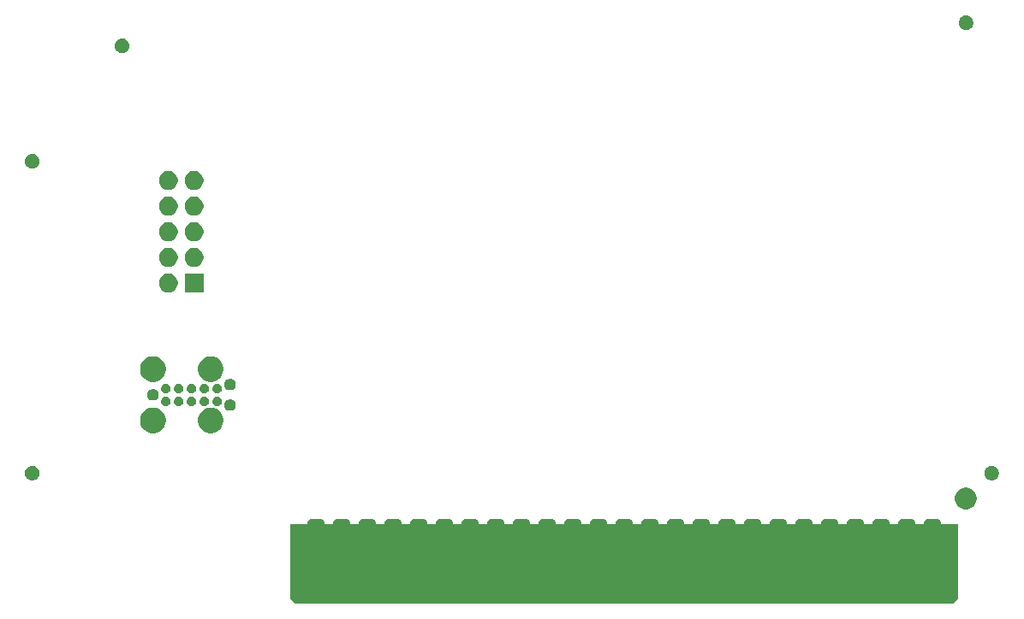
<source format=gbs>
G04 #@! TF.GenerationSoftware,KiCad,Pcbnew,(5.1.5-0-10_14)*
G04 #@! TF.CreationDate,2021-04-11T00:58:13-04:00*
G04 #@! TF.ProjectId,GR8RAM,47523852-414d-42e6-9b69-6361645f7063,0.9*
G04 #@! TF.SameCoordinates,Original*
G04 #@! TF.FileFunction,Soldermask,Bot*
G04 #@! TF.FilePolarity,Negative*
%FSLAX46Y46*%
G04 Gerber Fmt 4.6, Leading zero omitted, Abs format (unit mm)*
G04 Created by KiCad (PCBNEW (5.1.5-0-10_14)) date 2021-04-11 00:58:13*
%MOMM*%
%LPD*%
G04 APERTURE LIST*
%ADD10C,0.100000*%
G04 APERTURE END LIST*
D10*
G36*
X139700000Y-139446000D02*
G01*
X139192000Y-139954000D01*
X74168000Y-139954000D01*
X73660000Y-139446000D01*
X73660000Y-132080000D01*
X139700000Y-132080000D01*
X139700000Y-139446000D01*
G37*
G36*
X137686355Y-131543544D02*
G01*
X137758967Y-131565570D01*
X137825881Y-131601336D01*
X137884531Y-131649469D01*
X137932664Y-131708119D01*
X137968430Y-131775033D01*
X137990456Y-131847645D01*
X137998200Y-131926267D01*
X137998200Y-138837733D01*
X137990456Y-138916355D01*
X137968430Y-138988967D01*
X137932664Y-139055881D01*
X137884531Y-139114531D01*
X137825881Y-139162664D01*
X137758967Y-139198430D01*
X137686355Y-139220456D01*
X137607733Y-139228200D01*
X136712267Y-139228200D01*
X136633645Y-139220456D01*
X136561033Y-139198430D01*
X136494119Y-139162664D01*
X136435469Y-139114531D01*
X136387336Y-139055881D01*
X136351570Y-138988967D01*
X136329544Y-138916355D01*
X136321800Y-138837733D01*
X136321800Y-131926267D01*
X136329544Y-131847645D01*
X136351570Y-131775033D01*
X136387336Y-131708119D01*
X136435469Y-131649469D01*
X136494119Y-131601336D01*
X136561033Y-131565570D01*
X136633645Y-131543544D01*
X136712267Y-131535800D01*
X137607733Y-131535800D01*
X137686355Y-131543544D01*
G37*
G36*
X135146355Y-131543544D02*
G01*
X135218967Y-131565570D01*
X135285881Y-131601336D01*
X135344531Y-131649469D01*
X135392664Y-131708119D01*
X135428430Y-131775033D01*
X135450456Y-131847645D01*
X135458200Y-131926267D01*
X135458200Y-138837733D01*
X135450456Y-138916355D01*
X135428430Y-138988967D01*
X135392664Y-139055881D01*
X135344531Y-139114531D01*
X135285881Y-139162664D01*
X135218967Y-139198430D01*
X135146355Y-139220456D01*
X135067733Y-139228200D01*
X134172267Y-139228200D01*
X134093645Y-139220456D01*
X134021033Y-139198430D01*
X133954119Y-139162664D01*
X133895469Y-139114531D01*
X133847336Y-139055881D01*
X133811570Y-138988967D01*
X133789544Y-138916355D01*
X133781800Y-138837733D01*
X133781800Y-131926267D01*
X133789544Y-131847645D01*
X133811570Y-131775033D01*
X133847336Y-131708119D01*
X133895469Y-131649469D01*
X133954119Y-131601336D01*
X134021033Y-131565570D01*
X134093645Y-131543544D01*
X134172267Y-131535800D01*
X135067733Y-131535800D01*
X135146355Y-131543544D01*
G37*
G36*
X132606355Y-131543544D02*
G01*
X132678967Y-131565570D01*
X132745881Y-131601336D01*
X132804531Y-131649469D01*
X132852664Y-131708119D01*
X132888430Y-131775033D01*
X132910456Y-131847645D01*
X132918200Y-131926267D01*
X132918200Y-138837733D01*
X132910456Y-138916355D01*
X132888430Y-138988967D01*
X132852664Y-139055881D01*
X132804531Y-139114531D01*
X132745881Y-139162664D01*
X132678967Y-139198430D01*
X132606355Y-139220456D01*
X132527733Y-139228200D01*
X131632267Y-139228200D01*
X131553645Y-139220456D01*
X131481033Y-139198430D01*
X131414119Y-139162664D01*
X131355469Y-139114531D01*
X131307336Y-139055881D01*
X131271570Y-138988967D01*
X131249544Y-138916355D01*
X131241800Y-138837733D01*
X131241800Y-131926267D01*
X131249544Y-131847645D01*
X131271570Y-131775033D01*
X131307336Y-131708119D01*
X131355469Y-131649469D01*
X131414119Y-131601336D01*
X131481033Y-131565570D01*
X131553645Y-131543544D01*
X131632267Y-131535800D01*
X132527733Y-131535800D01*
X132606355Y-131543544D01*
G37*
G36*
X130066355Y-131543544D02*
G01*
X130138967Y-131565570D01*
X130205881Y-131601336D01*
X130264531Y-131649469D01*
X130312664Y-131708119D01*
X130348430Y-131775033D01*
X130370456Y-131847645D01*
X130378200Y-131926267D01*
X130378200Y-138837733D01*
X130370456Y-138916355D01*
X130348430Y-138988967D01*
X130312664Y-139055881D01*
X130264531Y-139114531D01*
X130205881Y-139162664D01*
X130138967Y-139198430D01*
X130066355Y-139220456D01*
X129987733Y-139228200D01*
X129092267Y-139228200D01*
X129013645Y-139220456D01*
X128941033Y-139198430D01*
X128874119Y-139162664D01*
X128815469Y-139114531D01*
X128767336Y-139055881D01*
X128731570Y-138988967D01*
X128709544Y-138916355D01*
X128701800Y-138837733D01*
X128701800Y-131926267D01*
X128709544Y-131847645D01*
X128731570Y-131775033D01*
X128767336Y-131708119D01*
X128815469Y-131649469D01*
X128874119Y-131601336D01*
X128941033Y-131565570D01*
X129013645Y-131543544D01*
X129092267Y-131535800D01*
X129987733Y-131535800D01*
X130066355Y-131543544D01*
G37*
G36*
X127526355Y-131543544D02*
G01*
X127598967Y-131565570D01*
X127665881Y-131601336D01*
X127724531Y-131649469D01*
X127772664Y-131708119D01*
X127808430Y-131775033D01*
X127830456Y-131847645D01*
X127838200Y-131926267D01*
X127838200Y-138837733D01*
X127830456Y-138916355D01*
X127808430Y-138988967D01*
X127772664Y-139055881D01*
X127724531Y-139114531D01*
X127665881Y-139162664D01*
X127598967Y-139198430D01*
X127526355Y-139220456D01*
X127447733Y-139228200D01*
X126552267Y-139228200D01*
X126473645Y-139220456D01*
X126401033Y-139198430D01*
X126334119Y-139162664D01*
X126275469Y-139114531D01*
X126227336Y-139055881D01*
X126191570Y-138988967D01*
X126169544Y-138916355D01*
X126161800Y-138837733D01*
X126161800Y-131926267D01*
X126169544Y-131847645D01*
X126191570Y-131775033D01*
X126227336Y-131708119D01*
X126275469Y-131649469D01*
X126334119Y-131601336D01*
X126401033Y-131565570D01*
X126473645Y-131543544D01*
X126552267Y-131535800D01*
X127447733Y-131535800D01*
X127526355Y-131543544D01*
G37*
G36*
X124986355Y-131543544D02*
G01*
X125058967Y-131565570D01*
X125125881Y-131601336D01*
X125184531Y-131649469D01*
X125232664Y-131708119D01*
X125268430Y-131775033D01*
X125290456Y-131847645D01*
X125298200Y-131926267D01*
X125298200Y-138837733D01*
X125290456Y-138916355D01*
X125268430Y-138988967D01*
X125232664Y-139055881D01*
X125184531Y-139114531D01*
X125125881Y-139162664D01*
X125058967Y-139198430D01*
X124986355Y-139220456D01*
X124907733Y-139228200D01*
X124012267Y-139228200D01*
X123933645Y-139220456D01*
X123861033Y-139198430D01*
X123794119Y-139162664D01*
X123735469Y-139114531D01*
X123687336Y-139055881D01*
X123651570Y-138988967D01*
X123629544Y-138916355D01*
X123621800Y-138837733D01*
X123621800Y-131926267D01*
X123629544Y-131847645D01*
X123651570Y-131775033D01*
X123687336Y-131708119D01*
X123735469Y-131649469D01*
X123794119Y-131601336D01*
X123861033Y-131565570D01*
X123933645Y-131543544D01*
X124012267Y-131535800D01*
X124907733Y-131535800D01*
X124986355Y-131543544D01*
G37*
G36*
X122446355Y-131543544D02*
G01*
X122518967Y-131565570D01*
X122585881Y-131601336D01*
X122644531Y-131649469D01*
X122692664Y-131708119D01*
X122728430Y-131775033D01*
X122750456Y-131847645D01*
X122758200Y-131926267D01*
X122758200Y-138837733D01*
X122750456Y-138916355D01*
X122728430Y-138988967D01*
X122692664Y-139055881D01*
X122644531Y-139114531D01*
X122585881Y-139162664D01*
X122518967Y-139198430D01*
X122446355Y-139220456D01*
X122367733Y-139228200D01*
X121472267Y-139228200D01*
X121393645Y-139220456D01*
X121321033Y-139198430D01*
X121254119Y-139162664D01*
X121195469Y-139114531D01*
X121147336Y-139055881D01*
X121111570Y-138988967D01*
X121089544Y-138916355D01*
X121081800Y-138837733D01*
X121081800Y-131926267D01*
X121089544Y-131847645D01*
X121111570Y-131775033D01*
X121147336Y-131708119D01*
X121195469Y-131649469D01*
X121254119Y-131601336D01*
X121321033Y-131565570D01*
X121393645Y-131543544D01*
X121472267Y-131535800D01*
X122367733Y-131535800D01*
X122446355Y-131543544D01*
G37*
G36*
X119906355Y-131543544D02*
G01*
X119978967Y-131565570D01*
X120045881Y-131601336D01*
X120104531Y-131649469D01*
X120152664Y-131708119D01*
X120188430Y-131775033D01*
X120210456Y-131847645D01*
X120218200Y-131926267D01*
X120218200Y-138837733D01*
X120210456Y-138916355D01*
X120188430Y-138988967D01*
X120152664Y-139055881D01*
X120104531Y-139114531D01*
X120045881Y-139162664D01*
X119978967Y-139198430D01*
X119906355Y-139220456D01*
X119827733Y-139228200D01*
X118932267Y-139228200D01*
X118853645Y-139220456D01*
X118781033Y-139198430D01*
X118714119Y-139162664D01*
X118655469Y-139114531D01*
X118607336Y-139055881D01*
X118571570Y-138988967D01*
X118549544Y-138916355D01*
X118541800Y-138837733D01*
X118541800Y-131926267D01*
X118549544Y-131847645D01*
X118571570Y-131775033D01*
X118607336Y-131708119D01*
X118655469Y-131649469D01*
X118714119Y-131601336D01*
X118781033Y-131565570D01*
X118853645Y-131543544D01*
X118932267Y-131535800D01*
X119827733Y-131535800D01*
X119906355Y-131543544D01*
G37*
G36*
X117366355Y-131543544D02*
G01*
X117438967Y-131565570D01*
X117505881Y-131601336D01*
X117564531Y-131649469D01*
X117612664Y-131708119D01*
X117648430Y-131775033D01*
X117670456Y-131847645D01*
X117678200Y-131926267D01*
X117678200Y-138837733D01*
X117670456Y-138916355D01*
X117648430Y-138988967D01*
X117612664Y-139055881D01*
X117564531Y-139114531D01*
X117505881Y-139162664D01*
X117438967Y-139198430D01*
X117366355Y-139220456D01*
X117287733Y-139228200D01*
X116392267Y-139228200D01*
X116313645Y-139220456D01*
X116241033Y-139198430D01*
X116174119Y-139162664D01*
X116115469Y-139114531D01*
X116067336Y-139055881D01*
X116031570Y-138988967D01*
X116009544Y-138916355D01*
X116001800Y-138837733D01*
X116001800Y-131926267D01*
X116009544Y-131847645D01*
X116031570Y-131775033D01*
X116067336Y-131708119D01*
X116115469Y-131649469D01*
X116174119Y-131601336D01*
X116241033Y-131565570D01*
X116313645Y-131543544D01*
X116392267Y-131535800D01*
X117287733Y-131535800D01*
X117366355Y-131543544D01*
G37*
G36*
X114826355Y-131543544D02*
G01*
X114898967Y-131565570D01*
X114965881Y-131601336D01*
X115024531Y-131649469D01*
X115072664Y-131708119D01*
X115108430Y-131775033D01*
X115130456Y-131847645D01*
X115138200Y-131926267D01*
X115138200Y-138837733D01*
X115130456Y-138916355D01*
X115108430Y-138988967D01*
X115072664Y-139055881D01*
X115024531Y-139114531D01*
X114965881Y-139162664D01*
X114898967Y-139198430D01*
X114826355Y-139220456D01*
X114747733Y-139228200D01*
X113852267Y-139228200D01*
X113773645Y-139220456D01*
X113701033Y-139198430D01*
X113634119Y-139162664D01*
X113575469Y-139114531D01*
X113527336Y-139055881D01*
X113491570Y-138988967D01*
X113469544Y-138916355D01*
X113461800Y-138837733D01*
X113461800Y-131926267D01*
X113469544Y-131847645D01*
X113491570Y-131775033D01*
X113527336Y-131708119D01*
X113575469Y-131649469D01*
X113634119Y-131601336D01*
X113701033Y-131565570D01*
X113773645Y-131543544D01*
X113852267Y-131535800D01*
X114747733Y-131535800D01*
X114826355Y-131543544D01*
G37*
G36*
X112286355Y-131543544D02*
G01*
X112358967Y-131565570D01*
X112425881Y-131601336D01*
X112484531Y-131649469D01*
X112532664Y-131708119D01*
X112568430Y-131775033D01*
X112590456Y-131847645D01*
X112598200Y-131926267D01*
X112598200Y-138837733D01*
X112590456Y-138916355D01*
X112568430Y-138988967D01*
X112532664Y-139055881D01*
X112484531Y-139114531D01*
X112425881Y-139162664D01*
X112358967Y-139198430D01*
X112286355Y-139220456D01*
X112207733Y-139228200D01*
X111312267Y-139228200D01*
X111233645Y-139220456D01*
X111161033Y-139198430D01*
X111094119Y-139162664D01*
X111035469Y-139114531D01*
X110987336Y-139055881D01*
X110951570Y-138988967D01*
X110929544Y-138916355D01*
X110921800Y-138837733D01*
X110921800Y-131926267D01*
X110929544Y-131847645D01*
X110951570Y-131775033D01*
X110987336Y-131708119D01*
X111035469Y-131649469D01*
X111094119Y-131601336D01*
X111161033Y-131565570D01*
X111233645Y-131543544D01*
X111312267Y-131535800D01*
X112207733Y-131535800D01*
X112286355Y-131543544D01*
G37*
G36*
X109746355Y-131543544D02*
G01*
X109818967Y-131565570D01*
X109885881Y-131601336D01*
X109944531Y-131649469D01*
X109992664Y-131708119D01*
X110028430Y-131775033D01*
X110050456Y-131847645D01*
X110058200Y-131926267D01*
X110058200Y-138837733D01*
X110050456Y-138916355D01*
X110028430Y-138988967D01*
X109992664Y-139055881D01*
X109944531Y-139114531D01*
X109885881Y-139162664D01*
X109818967Y-139198430D01*
X109746355Y-139220456D01*
X109667733Y-139228200D01*
X108772267Y-139228200D01*
X108693645Y-139220456D01*
X108621033Y-139198430D01*
X108554119Y-139162664D01*
X108495469Y-139114531D01*
X108447336Y-139055881D01*
X108411570Y-138988967D01*
X108389544Y-138916355D01*
X108381800Y-138837733D01*
X108381800Y-131926267D01*
X108389544Y-131847645D01*
X108411570Y-131775033D01*
X108447336Y-131708119D01*
X108495469Y-131649469D01*
X108554119Y-131601336D01*
X108621033Y-131565570D01*
X108693645Y-131543544D01*
X108772267Y-131535800D01*
X109667733Y-131535800D01*
X109746355Y-131543544D01*
G37*
G36*
X107206355Y-131543544D02*
G01*
X107278967Y-131565570D01*
X107345881Y-131601336D01*
X107404531Y-131649469D01*
X107452664Y-131708119D01*
X107488430Y-131775033D01*
X107510456Y-131847645D01*
X107518200Y-131926267D01*
X107518200Y-138837733D01*
X107510456Y-138916355D01*
X107488430Y-138988967D01*
X107452664Y-139055881D01*
X107404531Y-139114531D01*
X107345881Y-139162664D01*
X107278967Y-139198430D01*
X107206355Y-139220456D01*
X107127733Y-139228200D01*
X106232267Y-139228200D01*
X106153645Y-139220456D01*
X106081033Y-139198430D01*
X106014119Y-139162664D01*
X105955469Y-139114531D01*
X105907336Y-139055881D01*
X105871570Y-138988967D01*
X105849544Y-138916355D01*
X105841800Y-138837733D01*
X105841800Y-131926267D01*
X105849544Y-131847645D01*
X105871570Y-131775033D01*
X105907336Y-131708119D01*
X105955469Y-131649469D01*
X106014119Y-131601336D01*
X106081033Y-131565570D01*
X106153645Y-131543544D01*
X106232267Y-131535800D01*
X107127733Y-131535800D01*
X107206355Y-131543544D01*
G37*
G36*
X104666355Y-131543544D02*
G01*
X104738967Y-131565570D01*
X104805881Y-131601336D01*
X104864531Y-131649469D01*
X104912664Y-131708119D01*
X104948430Y-131775033D01*
X104970456Y-131847645D01*
X104978200Y-131926267D01*
X104978200Y-138837733D01*
X104970456Y-138916355D01*
X104948430Y-138988967D01*
X104912664Y-139055881D01*
X104864531Y-139114531D01*
X104805881Y-139162664D01*
X104738967Y-139198430D01*
X104666355Y-139220456D01*
X104587733Y-139228200D01*
X103692267Y-139228200D01*
X103613645Y-139220456D01*
X103541033Y-139198430D01*
X103474119Y-139162664D01*
X103415469Y-139114531D01*
X103367336Y-139055881D01*
X103331570Y-138988967D01*
X103309544Y-138916355D01*
X103301800Y-138837733D01*
X103301800Y-131926267D01*
X103309544Y-131847645D01*
X103331570Y-131775033D01*
X103367336Y-131708119D01*
X103415469Y-131649469D01*
X103474119Y-131601336D01*
X103541033Y-131565570D01*
X103613645Y-131543544D01*
X103692267Y-131535800D01*
X104587733Y-131535800D01*
X104666355Y-131543544D01*
G37*
G36*
X102126355Y-131543544D02*
G01*
X102198967Y-131565570D01*
X102265881Y-131601336D01*
X102324531Y-131649469D01*
X102372664Y-131708119D01*
X102408430Y-131775033D01*
X102430456Y-131847645D01*
X102438200Y-131926267D01*
X102438200Y-138837733D01*
X102430456Y-138916355D01*
X102408430Y-138988967D01*
X102372664Y-139055881D01*
X102324531Y-139114531D01*
X102265881Y-139162664D01*
X102198967Y-139198430D01*
X102126355Y-139220456D01*
X102047733Y-139228200D01*
X101152267Y-139228200D01*
X101073645Y-139220456D01*
X101001033Y-139198430D01*
X100934119Y-139162664D01*
X100875469Y-139114531D01*
X100827336Y-139055881D01*
X100791570Y-138988967D01*
X100769544Y-138916355D01*
X100761800Y-138837733D01*
X100761800Y-131926267D01*
X100769544Y-131847645D01*
X100791570Y-131775033D01*
X100827336Y-131708119D01*
X100875469Y-131649469D01*
X100934119Y-131601336D01*
X101001033Y-131565570D01*
X101073645Y-131543544D01*
X101152267Y-131535800D01*
X102047733Y-131535800D01*
X102126355Y-131543544D01*
G37*
G36*
X99586355Y-131543544D02*
G01*
X99658967Y-131565570D01*
X99725881Y-131601336D01*
X99784531Y-131649469D01*
X99832664Y-131708119D01*
X99868430Y-131775033D01*
X99890456Y-131847645D01*
X99898200Y-131926267D01*
X99898200Y-138837733D01*
X99890456Y-138916355D01*
X99868430Y-138988967D01*
X99832664Y-139055881D01*
X99784531Y-139114531D01*
X99725881Y-139162664D01*
X99658967Y-139198430D01*
X99586355Y-139220456D01*
X99507733Y-139228200D01*
X98612267Y-139228200D01*
X98533645Y-139220456D01*
X98461033Y-139198430D01*
X98394119Y-139162664D01*
X98335469Y-139114531D01*
X98287336Y-139055881D01*
X98251570Y-138988967D01*
X98229544Y-138916355D01*
X98221800Y-138837733D01*
X98221800Y-131926267D01*
X98229544Y-131847645D01*
X98251570Y-131775033D01*
X98287336Y-131708119D01*
X98335469Y-131649469D01*
X98394119Y-131601336D01*
X98461033Y-131565570D01*
X98533645Y-131543544D01*
X98612267Y-131535800D01*
X99507733Y-131535800D01*
X99586355Y-131543544D01*
G37*
G36*
X97046355Y-131543544D02*
G01*
X97118967Y-131565570D01*
X97185881Y-131601336D01*
X97244531Y-131649469D01*
X97292664Y-131708119D01*
X97328430Y-131775033D01*
X97350456Y-131847645D01*
X97358200Y-131926267D01*
X97358200Y-138837733D01*
X97350456Y-138916355D01*
X97328430Y-138988967D01*
X97292664Y-139055881D01*
X97244531Y-139114531D01*
X97185881Y-139162664D01*
X97118967Y-139198430D01*
X97046355Y-139220456D01*
X96967733Y-139228200D01*
X96072267Y-139228200D01*
X95993645Y-139220456D01*
X95921033Y-139198430D01*
X95854119Y-139162664D01*
X95795469Y-139114531D01*
X95747336Y-139055881D01*
X95711570Y-138988967D01*
X95689544Y-138916355D01*
X95681800Y-138837733D01*
X95681800Y-131926267D01*
X95689544Y-131847645D01*
X95711570Y-131775033D01*
X95747336Y-131708119D01*
X95795469Y-131649469D01*
X95854119Y-131601336D01*
X95921033Y-131565570D01*
X95993645Y-131543544D01*
X96072267Y-131535800D01*
X96967733Y-131535800D01*
X97046355Y-131543544D01*
G37*
G36*
X94506355Y-131543544D02*
G01*
X94578967Y-131565570D01*
X94645881Y-131601336D01*
X94704531Y-131649469D01*
X94752664Y-131708119D01*
X94788430Y-131775033D01*
X94810456Y-131847645D01*
X94818200Y-131926267D01*
X94818200Y-138837733D01*
X94810456Y-138916355D01*
X94788430Y-138988967D01*
X94752664Y-139055881D01*
X94704531Y-139114531D01*
X94645881Y-139162664D01*
X94578967Y-139198430D01*
X94506355Y-139220456D01*
X94427733Y-139228200D01*
X93532267Y-139228200D01*
X93453645Y-139220456D01*
X93381033Y-139198430D01*
X93314119Y-139162664D01*
X93255469Y-139114531D01*
X93207336Y-139055881D01*
X93171570Y-138988967D01*
X93149544Y-138916355D01*
X93141800Y-138837733D01*
X93141800Y-131926267D01*
X93149544Y-131847645D01*
X93171570Y-131775033D01*
X93207336Y-131708119D01*
X93255469Y-131649469D01*
X93314119Y-131601336D01*
X93381033Y-131565570D01*
X93453645Y-131543544D01*
X93532267Y-131535800D01*
X94427733Y-131535800D01*
X94506355Y-131543544D01*
G37*
G36*
X91966355Y-131543544D02*
G01*
X92038967Y-131565570D01*
X92105881Y-131601336D01*
X92164531Y-131649469D01*
X92212664Y-131708119D01*
X92248430Y-131775033D01*
X92270456Y-131847645D01*
X92278200Y-131926267D01*
X92278200Y-138837733D01*
X92270456Y-138916355D01*
X92248430Y-138988967D01*
X92212664Y-139055881D01*
X92164531Y-139114531D01*
X92105881Y-139162664D01*
X92038967Y-139198430D01*
X91966355Y-139220456D01*
X91887733Y-139228200D01*
X90992267Y-139228200D01*
X90913645Y-139220456D01*
X90841033Y-139198430D01*
X90774119Y-139162664D01*
X90715469Y-139114531D01*
X90667336Y-139055881D01*
X90631570Y-138988967D01*
X90609544Y-138916355D01*
X90601800Y-138837733D01*
X90601800Y-131926267D01*
X90609544Y-131847645D01*
X90631570Y-131775033D01*
X90667336Y-131708119D01*
X90715469Y-131649469D01*
X90774119Y-131601336D01*
X90841033Y-131565570D01*
X90913645Y-131543544D01*
X90992267Y-131535800D01*
X91887733Y-131535800D01*
X91966355Y-131543544D01*
G37*
G36*
X89426355Y-131543544D02*
G01*
X89498967Y-131565570D01*
X89565881Y-131601336D01*
X89624531Y-131649469D01*
X89672664Y-131708119D01*
X89708430Y-131775033D01*
X89730456Y-131847645D01*
X89738200Y-131926267D01*
X89738200Y-138837733D01*
X89730456Y-138916355D01*
X89708430Y-138988967D01*
X89672664Y-139055881D01*
X89624531Y-139114531D01*
X89565881Y-139162664D01*
X89498967Y-139198430D01*
X89426355Y-139220456D01*
X89347733Y-139228200D01*
X88452267Y-139228200D01*
X88373645Y-139220456D01*
X88301033Y-139198430D01*
X88234119Y-139162664D01*
X88175469Y-139114531D01*
X88127336Y-139055881D01*
X88091570Y-138988967D01*
X88069544Y-138916355D01*
X88061800Y-138837733D01*
X88061800Y-131926267D01*
X88069544Y-131847645D01*
X88091570Y-131775033D01*
X88127336Y-131708119D01*
X88175469Y-131649469D01*
X88234119Y-131601336D01*
X88301033Y-131565570D01*
X88373645Y-131543544D01*
X88452267Y-131535800D01*
X89347733Y-131535800D01*
X89426355Y-131543544D01*
G37*
G36*
X86886355Y-131543544D02*
G01*
X86958967Y-131565570D01*
X87025881Y-131601336D01*
X87084531Y-131649469D01*
X87132664Y-131708119D01*
X87168430Y-131775033D01*
X87190456Y-131847645D01*
X87198200Y-131926267D01*
X87198200Y-138837733D01*
X87190456Y-138916355D01*
X87168430Y-138988967D01*
X87132664Y-139055881D01*
X87084531Y-139114531D01*
X87025881Y-139162664D01*
X86958967Y-139198430D01*
X86886355Y-139220456D01*
X86807733Y-139228200D01*
X85912267Y-139228200D01*
X85833645Y-139220456D01*
X85761033Y-139198430D01*
X85694119Y-139162664D01*
X85635469Y-139114531D01*
X85587336Y-139055881D01*
X85551570Y-138988967D01*
X85529544Y-138916355D01*
X85521800Y-138837733D01*
X85521800Y-131926267D01*
X85529544Y-131847645D01*
X85551570Y-131775033D01*
X85587336Y-131708119D01*
X85635469Y-131649469D01*
X85694119Y-131601336D01*
X85761033Y-131565570D01*
X85833645Y-131543544D01*
X85912267Y-131535800D01*
X86807733Y-131535800D01*
X86886355Y-131543544D01*
G37*
G36*
X84346355Y-131543544D02*
G01*
X84418967Y-131565570D01*
X84485881Y-131601336D01*
X84544531Y-131649469D01*
X84592664Y-131708119D01*
X84628430Y-131775033D01*
X84650456Y-131847645D01*
X84658200Y-131926267D01*
X84658200Y-138837733D01*
X84650456Y-138916355D01*
X84628430Y-138988967D01*
X84592664Y-139055881D01*
X84544531Y-139114531D01*
X84485881Y-139162664D01*
X84418967Y-139198430D01*
X84346355Y-139220456D01*
X84267733Y-139228200D01*
X83372267Y-139228200D01*
X83293645Y-139220456D01*
X83221033Y-139198430D01*
X83154119Y-139162664D01*
X83095469Y-139114531D01*
X83047336Y-139055881D01*
X83011570Y-138988967D01*
X82989544Y-138916355D01*
X82981800Y-138837733D01*
X82981800Y-131926267D01*
X82989544Y-131847645D01*
X83011570Y-131775033D01*
X83047336Y-131708119D01*
X83095469Y-131649469D01*
X83154119Y-131601336D01*
X83221033Y-131565570D01*
X83293645Y-131543544D01*
X83372267Y-131535800D01*
X84267733Y-131535800D01*
X84346355Y-131543544D01*
G37*
G36*
X81806355Y-131543544D02*
G01*
X81878967Y-131565570D01*
X81945881Y-131601336D01*
X82004531Y-131649469D01*
X82052664Y-131708119D01*
X82088430Y-131775033D01*
X82110456Y-131847645D01*
X82118200Y-131926267D01*
X82118200Y-138837733D01*
X82110456Y-138916355D01*
X82088430Y-138988967D01*
X82052664Y-139055881D01*
X82004531Y-139114531D01*
X81945881Y-139162664D01*
X81878967Y-139198430D01*
X81806355Y-139220456D01*
X81727733Y-139228200D01*
X80832267Y-139228200D01*
X80753645Y-139220456D01*
X80681033Y-139198430D01*
X80614119Y-139162664D01*
X80555469Y-139114531D01*
X80507336Y-139055881D01*
X80471570Y-138988967D01*
X80449544Y-138916355D01*
X80441800Y-138837733D01*
X80441800Y-131926267D01*
X80449544Y-131847645D01*
X80471570Y-131775033D01*
X80507336Y-131708119D01*
X80555469Y-131649469D01*
X80614119Y-131601336D01*
X80681033Y-131565570D01*
X80753645Y-131543544D01*
X80832267Y-131535800D01*
X81727733Y-131535800D01*
X81806355Y-131543544D01*
G37*
G36*
X79266355Y-131543544D02*
G01*
X79338967Y-131565570D01*
X79405881Y-131601336D01*
X79464531Y-131649469D01*
X79512664Y-131708119D01*
X79548430Y-131775033D01*
X79570456Y-131847645D01*
X79578200Y-131926267D01*
X79578200Y-138837733D01*
X79570456Y-138916355D01*
X79548430Y-138988967D01*
X79512664Y-139055881D01*
X79464531Y-139114531D01*
X79405881Y-139162664D01*
X79338967Y-139198430D01*
X79266355Y-139220456D01*
X79187733Y-139228200D01*
X78292267Y-139228200D01*
X78213645Y-139220456D01*
X78141033Y-139198430D01*
X78074119Y-139162664D01*
X78015469Y-139114531D01*
X77967336Y-139055881D01*
X77931570Y-138988967D01*
X77909544Y-138916355D01*
X77901800Y-138837733D01*
X77901800Y-131926267D01*
X77909544Y-131847645D01*
X77931570Y-131775033D01*
X77967336Y-131708119D01*
X78015469Y-131649469D01*
X78074119Y-131601336D01*
X78141033Y-131565570D01*
X78213645Y-131543544D01*
X78292267Y-131535800D01*
X79187733Y-131535800D01*
X79266355Y-131543544D01*
G37*
G36*
X76726355Y-131543544D02*
G01*
X76798967Y-131565570D01*
X76865881Y-131601336D01*
X76924531Y-131649469D01*
X76972664Y-131708119D01*
X77008430Y-131775033D01*
X77030456Y-131847645D01*
X77038200Y-131926267D01*
X77038200Y-138837733D01*
X77030456Y-138916355D01*
X77008430Y-138988967D01*
X76972664Y-139055881D01*
X76924531Y-139114531D01*
X76865881Y-139162664D01*
X76798967Y-139198430D01*
X76726355Y-139220456D01*
X76647733Y-139228200D01*
X75752267Y-139228200D01*
X75673645Y-139220456D01*
X75601033Y-139198430D01*
X75534119Y-139162664D01*
X75475469Y-139114531D01*
X75427336Y-139055881D01*
X75391570Y-138988967D01*
X75369544Y-138916355D01*
X75361800Y-138837733D01*
X75361800Y-131926267D01*
X75369544Y-131847645D01*
X75391570Y-131775033D01*
X75427336Y-131708119D01*
X75475469Y-131649469D01*
X75534119Y-131601336D01*
X75601033Y-131565570D01*
X75673645Y-131543544D01*
X75752267Y-131535800D01*
X76647733Y-131535800D01*
X76726355Y-131543544D01*
G37*
G36*
X140775914Y-128505157D02*
G01*
X140971777Y-128586286D01*
X141148033Y-128704057D01*
X141297943Y-128853967D01*
X141415714Y-129030223D01*
X141496843Y-129226086D01*
X141538200Y-129434004D01*
X141538200Y-129645996D01*
X141496843Y-129853914D01*
X141415714Y-130049777D01*
X141297943Y-130226033D01*
X141148033Y-130375943D01*
X140971777Y-130493714D01*
X140775914Y-130574843D01*
X140567996Y-130616200D01*
X140356004Y-130616200D01*
X140148086Y-130574843D01*
X139952223Y-130493714D01*
X139775967Y-130375943D01*
X139626057Y-130226033D01*
X139508286Y-130049777D01*
X139427157Y-129853914D01*
X139385800Y-129645996D01*
X139385800Y-129434004D01*
X139427157Y-129226086D01*
X139508286Y-129030223D01*
X139626057Y-128853967D01*
X139775967Y-128704057D01*
X139952223Y-128586286D01*
X140148086Y-128505157D01*
X140356004Y-128463800D01*
X140567996Y-128463800D01*
X140775914Y-128505157D01*
G37*
G36*
X48250933Y-126285274D02*
G01*
X48344185Y-126303823D01*
X48475939Y-126358398D01*
X48475940Y-126358399D01*
X48475943Y-126358400D01*
X48594523Y-126437633D01*
X48695367Y-126538477D01*
X48774600Y-126657057D01*
X48774601Y-126657060D01*
X48774602Y-126657061D01*
X48829177Y-126788815D01*
X48857000Y-126928693D01*
X48857000Y-127071307D01*
X48829177Y-127211185D01*
X48774602Y-127342939D01*
X48774600Y-127342943D01*
X48695367Y-127461523D01*
X48594523Y-127562367D01*
X48475943Y-127641600D01*
X48475940Y-127641601D01*
X48475939Y-127641602D01*
X48344185Y-127696177D01*
X48250933Y-127714726D01*
X48204308Y-127724000D01*
X48061692Y-127724000D01*
X48015067Y-127714726D01*
X47921815Y-127696177D01*
X47790061Y-127641602D01*
X47790060Y-127641601D01*
X47790057Y-127641600D01*
X47671477Y-127562367D01*
X47570633Y-127461523D01*
X47491400Y-127342943D01*
X47491398Y-127342939D01*
X47436823Y-127211185D01*
X47409000Y-127071307D01*
X47409000Y-126928693D01*
X47436823Y-126788815D01*
X47491398Y-126657061D01*
X47491399Y-126657060D01*
X47491400Y-126657057D01*
X47570633Y-126538477D01*
X47671477Y-126437633D01*
X47790057Y-126358400D01*
X47790060Y-126358399D01*
X47790061Y-126358398D01*
X47921815Y-126303823D01*
X48015067Y-126285274D01*
X48061692Y-126276000D01*
X48204308Y-126276000D01*
X48250933Y-126285274D01*
G37*
G36*
X143119933Y-126285274D02*
G01*
X143213185Y-126303823D01*
X143344939Y-126358398D01*
X143344940Y-126358399D01*
X143344943Y-126358400D01*
X143463523Y-126437633D01*
X143564367Y-126538477D01*
X143643600Y-126657057D01*
X143643601Y-126657060D01*
X143643602Y-126657061D01*
X143698177Y-126788815D01*
X143726000Y-126928693D01*
X143726000Y-127071307D01*
X143698177Y-127211185D01*
X143643602Y-127342939D01*
X143643600Y-127342943D01*
X143564367Y-127461523D01*
X143463523Y-127562367D01*
X143344943Y-127641600D01*
X143344940Y-127641601D01*
X143344939Y-127641602D01*
X143213185Y-127696177D01*
X143119933Y-127714726D01*
X143073308Y-127724000D01*
X142930692Y-127724000D01*
X142884067Y-127714726D01*
X142790815Y-127696177D01*
X142659061Y-127641602D01*
X142659060Y-127641601D01*
X142659057Y-127641600D01*
X142540477Y-127562367D01*
X142439633Y-127461523D01*
X142360400Y-127342943D01*
X142360398Y-127342939D01*
X142305823Y-127211185D01*
X142278000Y-127071307D01*
X142278000Y-126928693D01*
X142305823Y-126788815D01*
X142360398Y-126657061D01*
X142360399Y-126657060D01*
X142360400Y-126657057D01*
X142439633Y-126538477D01*
X142540477Y-126437633D01*
X142659057Y-126358400D01*
X142659060Y-126358399D01*
X142659061Y-126358398D01*
X142790815Y-126303823D01*
X142884067Y-126285274D01*
X142930692Y-126276000D01*
X143073308Y-126276000D01*
X143119933Y-126285274D01*
G37*
G36*
X65937503Y-120534729D02*
G01*
X66154596Y-120577911D01*
X66384564Y-120673167D01*
X66591525Y-120811455D01*
X66591527Y-120811457D01*
X66591530Y-120811459D01*
X66767541Y-120987470D01*
X66767543Y-120987473D01*
X66767545Y-120987475D01*
X66905833Y-121194436D01*
X67001089Y-121424404D01*
X67049650Y-121668542D01*
X67049650Y-121917458D01*
X67001089Y-122161596D01*
X66905833Y-122391564D01*
X66767545Y-122598525D01*
X66767543Y-122598527D01*
X66767541Y-122598530D01*
X66591530Y-122774541D01*
X66591527Y-122774543D01*
X66591525Y-122774545D01*
X66384564Y-122912833D01*
X66154596Y-123008089D01*
X65937503Y-123051271D01*
X65910459Y-123056650D01*
X65661541Y-123056650D01*
X65634497Y-123051271D01*
X65417404Y-123008089D01*
X65187436Y-122912833D01*
X64980475Y-122774545D01*
X64980473Y-122774543D01*
X64980470Y-122774541D01*
X64804459Y-122598530D01*
X64804457Y-122598527D01*
X64804455Y-122598525D01*
X64666167Y-122391564D01*
X64570911Y-122161596D01*
X64522350Y-121917458D01*
X64522350Y-121668542D01*
X64570911Y-121424404D01*
X64666167Y-121194436D01*
X64804455Y-120987475D01*
X64804457Y-120987473D01*
X64804459Y-120987470D01*
X64980470Y-120811459D01*
X64980473Y-120811457D01*
X64980475Y-120811455D01*
X65187436Y-120673167D01*
X65417404Y-120577911D01*
X65634497Y-120534729D01*
X65661541Y-120529350D01*
X65910459Y-120529350D01*
X65937503Y-120534729D01*
G37*
G36*
X60222503Y-120534729D02*
G01*
X60439596Y-120577911D01*
X60669564Y-120673167D01*
X60876525Y-120811455D01*
X60876527Y-120811457D01*
X60876530Y-120811459D01*
X61052541Y-120987470D01*
X61052543Y-120987473D01*
X61052545Y-120987475D01*
X61190833Y-121194436D01*
X61286089Y-121424404D01*
X61334650Y-121668542D01*
X61334650Y-121917458D01*
X61286089Y-122161596D01*
X61190833Y-122391564D01*
X61052545Y-122598525D01*
X61052543Y-122598527D01*
X61052541Y-122598530D01*
X60876530Y-122774541D01*
X60876527Y-122774543D01*
X60876525Y-122774545D01*
X60669564Y-122912833D01*
X60439596Y-123008089D01*
X60222503Y-123051271D01*
X60195459Y-123056650D01*
X59946541Y-123056650D01*
X59919497Y-123051271D01*
X59702404Y-123008089D01*
X59472436Y-122912833D01*
X59265475Y-122774545D01*
X59265473Y-122774543D01*
X59265470Y-122774541D01*
X59089459Y-122598530D01*
X59089457Y-122598527D01*
X59089455Y-122598525D01*
X58951167Y-122391564D01*
X58855911Y-122161596D01*
X58807350Y-121917458D01*
X58807350Y-121668542D01*
X58855911Y-121424404D01*
X58951167Y-121194436D01*
X59089455Y-120987475D01*
X59089457Y-120987473D01*
X59089459Y-120987470D01*
X59265470Y-120811459D01*
X59265473Y-120811457D01*
X59265475Y-120811455D01*
X59472436Y-120673167D01*
X59702404Y-120577911D01*
X59919497Y-120534729D01*
X59946541Y-120529350D01*
X60195459Y-120529350D01*
X60222503Y-120534729D01*
G37*
G36*
X67784092Y-119704821D02*
G01*
X67857702Y-119719463D01*
X67933677Y-119750933D01*
X67961707Y-119762543D01*
X68055310Y-119825087D01*
X68134913Y-119904690D01*
X68197457Y-119998293D01*
X68197458Y-119998296D01*
X68240537Y-120102298D01*
X68262500Y-120212713D01*
X68262500Y-120325287D01*
X68240537Y-120435702D01*
X68207216Y-120516145D01*
X68197457Y-120539707D01*
X68134913Y-120633310D01*
X68055310Y-120712913D01*
X67961707Y-120775457D01*
X67938145Y-120785216D01*
X67857702Y-120818537D01*
X67784092Y-120833179D01*
X67747288Y-120840500D01*
X67634712Y-120840500D01*
X67597908Y-120833179D01*
X67524298Y-120818537D01*
X67443855Y-120785216D01*
X67420293Y-120775457D01*
X67326690Y-120712913D01*
X67247087Y-120633310D01*
X67184543Y-120539707D01*
X67174784Y-120516145D01*
X67141463Y-120435702D01*
X67119500Y-120325287D01*
X67119500Y-120212713D01*
X67141463Y-120102298D01*
X67184542Y-119998296D01*
X67184543Y-119998293D01*
X67247087Y-119904690D01*
X67326690Y-119825087D01*
X67420293Y-119762543D01*
X67448323Y-119750933D01*
X67524298Y-119719463D01*
X67597908Y-119704821D01*
X67634712Y-119697500D01*
X67747288Y-119697500D01*
X67784092Y-119704821D01*
G37*
G36*
X66497542Y-119424119D02*
G01*
X66558067Y-119436158D01*
X66643578Y-119471578D01*
X66643581Y-119471580D01*
X66720544Y-119523005D01*
X66785995Y-119588456D01*
X66837420Y-119665419D01*
X66837422Y-119665422D01*
X66872842Y-119750933D01*
X66875151Y-119762542D01*
X66887592Y-119825086D01*
X66890900Y-119841720D01*
X66890900Y-119934280D01*
X66872842Y-120025067D01*
X66837422Y-120110578D01*
X66837420Y-120110581D01*
X66785995Y-120187544D01*
X66720544Y-120252995D01*
X66643581Y-120304420D01*
X66643578Y-120304422D01*
X66558067Y-120339842D01*
X66497542Y-120351881D01*
X66467281Y-120357900D01*
X66374719Y-120357900D01*
X66344458Y-120351881D01*
X66283933Y-120339842D01*
X66198422Y-120304422D01*
X66198419Y-120304420D01*
X66121456Y-120252995D01*
X66056005Y-120187544D01*
X66004580Y-120110581D01*
X66004578Y-120110578D01*
X65969158Y-120025067D01*
X65951100Y-119934280D01*
X65951100Y-119841720D01*
X65954409Y-119825086D01*
X65966849Y-119762542D01*
X65969158Y-119750933D01*
X66004578Y-119665422D01*
X66004580Y-119665419D01*
X66056005Y-119588456D01*
X66121456Y-119523005D01*
X66198419Y-119471580D01*
X66198422Y-119471578D01*
X66283933Y-119436158D01*
X66344458Y-119424119D01*
X66374719Y-119418100D01*
X66467281Y-119418100D01*
X66497542Y-119424119D01*
G37*
G36*
X61417542Y-119424119D02*
G01*
X61478067Y-119436158D01*
X61563578Y-119471578D01*
X61563581Y-119471580D01*
X61640544Y-119523005D01*
X61705995Y-119588456D01*
X61757420Y-119665419D01*
X61757422Y-119665422D01*
X61792842Y-119750933D01*
X61795151Y-119762542D01*
X61807592Y-119825086D01*
X61810900Y-119841720D01*
X61810900Y-119934280D01*
X61792842Y-120025067D01*
X61757422Y-120110578D01*
X61757420Y-120110581D01*
X61705995Y-120187544D01*
X61640544Y-120252995D01*
X61563581Y-120304420D01*
X61563578Y-120304422D01*
X61478067Y-120339842D01*
X61417542Y-120351881D01*
X61387281Y-120357900D01*
X61294719Y-120357900D01*
X61264458Y-120351881D01*
X61203933Y-120339842D01*
X61118422Y-120304422D01*
X61118419Y-120304420D01*
X61041456Y-120252995D01*
X60976005Y-120187544D01*
X60924580Y-120110581D01*
X60924578Y-120110578D01*
X60889158Y-120025067D01*
X60871100Y-119934280D01*
X60871100Y-119841720D01*
X60874409Y-119825086D01*
X60886849Y-119762542D01*
X60889158Y-119750933D01*
X60924578Y-119665422D01*
X60924580Y-119665419D01*
X60976005Y-119588456D01*
X61041456Y-119523005D01*
X61118419Y-119471580D01*
X61118422Y-119471578D01*
X61203933Y-119436158D01*
X61264458Y-119424119D01*
X61294719Y-119418100D01*
X61387281Y-119418100D01*
X61417542Y-119424119D01*
G37*
G36*
X62687542Y-119424119D02*
G01*
X62748067Y-119436158D01*
X62833578Y-119471578D01*
X62833581Y-119471580D01*
X62910544Y-119523005D01*
X62975995Y-119588456D01*
X63027420Y-119665419D01*
X63027422Y-119665422D01*
X63062842Y-119750933D01*
X63065151Y-119762542D01*
X63077592Y-119825086D01*
X63080900Y-119841720D01*
X63080900Y-119934280D01*
X63062842Y-120025067D01*
X63027422Y-120110578D01*
X63027420Y-120110581D01*
X62975995Y-120187544D01*
X62910544Y-120252995D01*
X62833581Y-120304420D01*
X62833578Y-120304422D01*
X62748067Y-120339842D01*
X62687542Y-120351881D01*
X62657281Y-120357900D01*
X62564719Y-120357900D01*
X62534458Y-120351881D01*
X62473933Y-120339842D01*
X62388422Y-120304422D01*
X62388419Y-120304420D01*
X62311456Y-120252995D01*
X62246005Y-120187544D01*
X62194580Y-120110581D01*
X62194578Y-120110578D01*
X62159158Y-120025067D01*
X62141100Y-119934280D01*
X62141100Y-119841720D01*
X62144409Y-119825086D01*
X62156849Y-119762542D01*
X62159158Y-119750933D01*
X62194578Y-119665422D01*
X62194580Y-119665419D01*
X62246005Y-119588456D01*
X62311456Y-119523005D01*
X62388419Y-119471580D01*
X62388422Y-119471578D01*
X62473933Y-119436158D01*
X62534458Y-119424119D01*
X62564719Y-119418100D01*
X62657281Y-119418100D01*
X62687542Y-119424119D01*
G37*
G36*
X65227542Y-119424119D02*
G01*
X65288067Y-119436158D01*
X65373578Y-119471578D01*
X65373581Y-119471580D01*
X65450544Y-119523005D01*
X65515995Y-119588456D01*
X65567420Y-119665419D01*
X65567422Y-119665422D01*
X65602842Y-119750933D01*
X65605151Y-119762542D01*
X65617592Y-119825086D01*
X65620900Y-119841720D01*
X65620900Y-119934280D01*
X65602842Y-120025067D01*
X65567422Y-120110578D01*
X65567420Y-120110581D01*
X65515995Y-120187544D01*
X65450544Y-120252995D01*
X65373581Y-120304420D01*
X65373578Y-120304422D01*
X65288067Y-120339842D01*
X65227542Y-120351881D01*
X65197281Y-120357900D01*
X65104719Y-120357900D01*
X65074458Y-120351881D01*
X65013933Y-120339842D01*
X64928422Y-120304422D01*
X64928419Y-120304420D01*
X64851456Y-120252995D01*
X64786005Y-120187544D01*
X64734580Y-120110581D01*
X64734578Y-120110578D01*
X64699158Y-120025067D01*
X64681100Y-119934280D01*
X64681100Y-119841720D01*
X64684409Y-119825086D01*
X64696849Y-119762542D01*
X64699158Y-119750933D01*
X64734578Y-119665422D01*
X64734580Y-119665419D01*
X64786005Y-119588456D01*
X64851456Y-119523005D01*
X64928419Y-119471580D01*
X64928422Y-119471578D01*
X65013933Y-119436158D01*
X65074458Y-119424119D01*
X65104719Y-119418100D01*
X65197281Y-119418100D01*
X65227542Y-119424119D01*
G37*
G36*
X63957542Y-119424119D02*
G01*
X64018067Y-119436158D01*
X64103578Y-119471578D01*
X64103581Y-119471580D01*
X64180544Y-119523005D01*
X64245995Y-119588456D01*
X64297420Y-119665419D01*
X64297422Y-119665422D01*
X64332842Y-119750933D01*
X64335151Y-119762542D01*
X64347592Y-119825086D01*
X64350900Y-119841720D01*
X64350900Y-119934280D01*
X64332842Y-120025067D01*
X64297422Y-120110578D01*
X64297420Y-120110581D01*
X64245995Y-120187544D01*
X64180544Y-120252995D01*
X64103581Y-120304420D01*
X64103578Y-120304422D01*
X64018067Y-120339842D01*
X63957542Y-120351881D01*
X63927281Y-120357900D01*
X63834719Y-120357900D01*
X63804458Y-120351881D01*
X63743933Y-120339842D01*
X63658422Y-120304422D01*
X63658419Y-120304420D01*
X63581456Y-120252995D01*
X63516005Y-120187544D01*
X63464580Y-120110581D01*
X63464578Y-120110578D01*
X63429158Y-120025067D01*
X63411100Y-119934280D01*
X63411100Y-119841720D01*
X63414409Y-119825086D01*
X63426849Y-119762542D01*
X63429158Y-119750933D01*
X63464578Y-119665422D01*
X63464580Y-119665419D01*
X63516005Y-119588456D01*
X63581456Y-119523005D01*
X63658419Y-119471580D01*
X63658422Y-119471578D01*
X63743933Y-119436158D01*
X63804458Y-119424119D01*
X63834719Y-119418100D01*
X63927281Y-119418100D01*
X63957542Y-119424119D01*
G37*
G36*
X60164092Y-118688821D02*
G01*
X60237702Y-118703463D01*
X60318145Y-118736784D01*
X60341707Y-118746543D01*
X60435310Y-118809087D01*
X60514913Y-118888690D01*
X60577457Y-118982293D01*
X60577458Y-118982296D01*
X60620537Y-119086298D01*
X60642500Y-119196713D01*
X60642500Y-119309287D01*
X60620537Y-119419702D01*
X60599049Y-119471578D01*
X60577457Y-119523707D01*
X60514913Y-119617310D01*
X60435310Y-119696913D01*
X60341707Y-119759457D01*
X60318145Y-119769216D01*
X60237702Y-119802537D01*
X60164092Y-119817179D01*
X60127288Y-119824500D01*
X60014712Y-119824500D01*
X59977908Y-119817179D01*
X59904298Y-119802537D01*
X59823855Y-119769216D01*
X59800293Y-119759457D01*
X59706690Y-119696913D01*
X59627087Y-119617310D01*
X59564543Y-119523707D01*
X59542951Y-119471578D01*
X59521463Y-119419702D01*
X59499500Y-119309287D01*
X59499500Y-119196713D01*
X59521463Y-119086298D01*
X59564542Y-118982296D01*
X59564543Y-118982293D01*
X59627087Y-118888690D01*
X59706690Y-118809087D01*
X59800293Y-118746543D01*
X59823855Y-118736784D01*
X59904298Y-118703463D01*
X59977908Y-118688821D01*
X60014712Y-118681500D01*
X60127288Y-118681500D01*
X60164092Y-118688821D01*
G37*
G36*
X63957542Y-118154119D02*
G01*
X64018067Y-118166158D01*
X64103578Y-118201578D01*
X64103581Y-118201580D01*
X64180544Y-118253005D01*
X64245995Y-118318456D01*
X64245996Y-118318458D01*
X64297422Y-118395422D01*
X64332842Y-118480933D01*
X64332842Y-118480935D01*
X64350900Y-118571719D01*
X64350900Y-118664281D01*
X64347475Y-118681500D01*
X64332842Y-118755067D01*
X64297422Y-118840578D01*
X64297420Y-118840581D01*
X64245995Y-118917544D01*
X64180544Y-118982995D01*
X64103581Y-119034420D01*
X64103578Y-119034422D01*
X64018067Y-119069842D01*
X63957542Y-119081881D01*
X63927281Y-119087900D01*
X63834719Y-119087900D01*
X63804458Y-119081881D01*
X63743933Y-119069842D01*
X63658422Y-119034422D01*
X63658419Y-119034420D01*
X63581456Y-118982995D01*
X63516005Y-118917544D01*
X63464580Y-118840581D01*
X63464578Y-118840578D01*
X63429158Y-118755067D01*
X63414525Y-118681500D01*
X63411100Y-118664281D01*
X63411100Y-118571719D01*
X63429158Y-118480935D01*
X63429158Y-118480933D01*
X63464578Y-118395422D01*
X63516004Y-118318458D01*
X63516005Y-118318456D01*
X63581456Y-118253005D01*
X63658419Y-118201580D01*
X63658422Y-118201578D01*
X63743933Y-118166158D01*
X63804458Y-118154119D01*
X63834719Y-118148100D01*
X63927281Y-118148100D01*
X63957542Y-118154119D01*
G37*
G36*
X66497542Y-118154119D02*
G01*
X66558067Y-118166158D01*
X66643578Y-118201578D01*
X66643581Y-118201580D01*
X66720544Y-118253005D01*
X66785995Y-118318456D01*
X66785996Y-118318458D01*
X66837422Y-118395422D01*
X66872842Y-118480933D01*
X66872842Y-118480935D01*
X66890900Y-118571719D01*
X66890900Y-118664281D01*
X66887475Y-118681500D01*
X66872842Y-118755067D01*
X66837422Y-118840578D01*
X66837420Y-118840581D01*
X66785995Y-118917544D01*
X66720544Y-118982995D01*
X66643581Y-119034420D01*
X66643578Y-119034422D01*
X66558067Y-119069842D01*
X66497542Y-119081881D01*
X66467281Y-119087900D01*
X66374719Y-119087900D01*
X66344458Y-119081881D01*
X66283933Y-119069842D01*
X66198422Y-119034422D01*
X66198419Y-119034420D01*
X66121456Y-118982995D01*
X66056005Y-118917544D01*
X66004580Y-118840581D01*
X66004578Y-118840578D01*
X65969158Y-118755067D01*
X65954525Y-118681500D01*
X65951100Y-118664281D01*
X65951100Y-118571719D01*
X65969158Y-118480935D01*
X65969158Y-118480933D01*
X66004578Y-118395422D01*
X66056004Y-118318458D01*
X66056005Y-118318456D01*
X66121456Y-118253005D01*
X66198419Y-118201580D01*
X66198422Y-118201578D01*
X66283933Y-118166158D01*
X66344458Y-118154119D01*
X66374719Y-118148100D01*
X66467281Y-118148100D01*
X66497542Y-118154119D01*
G37*
G36*
X65227542Y-118154119D02*
G01*
X65288067Y-118166158D01*
X65373578Y-118201578D01*
X65373581Y-118201580D01*
X65450544Y-118253005D01*
X65515995Y-118318456D01*
X65515996Y-118318458D01*
X65567422Y-118395422D01*
X65602842Y-118480933D01*
X65602842Y-118480935D01*
X65620900Y-118571719D01*
X65620900Y-118664281D01*
X65617475Y-118681500D01*
X65602842Y-118755067D01*
X65567422Y-118840578D01*
X65567420Y-118840581D01*
X65515995Y-118917544D01*
X65450544Y-118982995D01*
X65373581Y-119034420D01*
X65373578Y-119034422D01*
X65288067Y-119069842D01*
X65227542Y-119081881D01*
X65197281Y-119087900D01*
X65104719Y-119087900D01*
X65074458Y-119081881D01*
X65013933Y-119069842D01*
X64928422Y-119034422D01*
X64928419Y-119034420D01*
X64851456Y-118982995D01*
X64786005Y-118917544D01*
X64734580Y-118840581D01*
X64734578Y-118840578D01*
X64699158Y-118755067D01*
X64684525Y-118681500D01*
X64681100Y-118664281D01*
X64681100Y-118571719D01*
X64699158Y-118480935D01*
X64699158Y-118480933D01*
X64734578Y-118395422D01*
X64786004Y-118318458D01*
X64786005Y-118318456D01*
X64851456Y-118253005D01*
X64928419Y-118201580D01*
X64928422Y-118201578D01*
X65013933Y-118166158D01*
X65074458Y-118154119D01*
X65104719Y-118148100D01*
X65197281Y-118148100D01*
X65227542Y-118154119D01*
G37*
G36*
X62687542Y-118154119D02*
G01*
X62748067Y-118166158D01*
X62833578Y-118201578D01*
X62833581Y-118201580D01*
X62910544Y-118253005D01*
X62975995Y-118318456D01*
X62975996Y-118318458D01*
X63027422Y-118395422D01*
X63062842Y-118480933D01*
X63062842Y-118480935D01*
X63080900Y-118571719D01*
X63080900Y-118664281D01*
X63077475Y-118681500D01*
X63062842Y-118755067D01*
X63027422Y-118840578D01*
X63027420Y-118840581D01*
X62975995Y-118917544D01*
X62910544Y-118982995D01*
X62833581Y-119034420D01*
X62833578Y-119034422D01*
X62748067Y-119069842D01*
X62687542Y-119081881D01*
X62657281Y-119087900D01*
X62564719Y-119087900D01*
X62534458Y-119081881D01*
X62473933Y-119069842D01*
X62388422Y-119034422D01*
X62388419Y-119034420D01*
X62311456Y-118982995D01*
X62246005Y-118917544D01*
X62194580Y-118840581D01*
X62194578Y-118840578D01*
X62159158Y-118755067D01*
X62144525Y-118681500D01*
X62141100Y-118664281D01*
X62141100Y-118571719D01*
X62159158Y-118480935D01*
X62159158Y-118480933D01*
X62194578Y-118395422D01*
X62246004Y-118318458D01*
X62246005Y-118318456D01*
X62311456Y-118253005D01*
X62388419Y-118201580D01*
X62388422Y-118201578D01*
X62473933Y-118166158D01*
X62534458Y-118154119D01*
X62564719Y-118148100D01*
X62657281Y-118148100D01*
X62687542Y-118154119D01*
G37*
G36*
X61417542Y-118154119D02*
G01*
X61478067Y-118166158D01*
X61563578Y-118201578D01*
X61563581Y-118201580D01*
X61640544Y-118253005D01*
X61705995Y-118318456D01*
X61705996Y-118318458D01*
X61757422Y-118395422D01*
X61792842Y-118480933D01*
X61792842Y-118480935D01*
X61810900Y-118571719D01*
X61810900Y-118664281D01*
X61807475Y-118681500D01*
X61792842Y-118755067D01*
X61757422Y-118840578D01*
X61757420Y-118840581D01*
X61705995Y-118917544D01*
X61640544Y-118982995D01*
X61563581Y-119034420D01*
X61563578Y-119034422D01*
X61478067Y-119069842D01*
X61417542Y-119081881D01*
X61387281Y-119087900D01*
X61294719Y-119087900D01*
X61264458Y-119081881D01*
X61203933Y-119069842D01*
X61118422Y-119034422D01*
X61118419Y-119034420D01*
X61041456Y-118982995D01*
X60976005Y-118917544D01*
X60924580Y-118840581D01*
X60924578Y-118840578D01*
X60889158Y-118755067D01*
X60874525Y-118681500D01*
X60871100Y-118664281D01*
X60871100Y-118571719D01*
X60889158Y-118480935D01*
X60889158Y-118480933D01*
X60924578Y-118395422D01*
X60976004Y-118318458D01*
X60976005Y-118318456D01*
X61041456Y-118253005D01*
X61118419Y-118201580D01*
X61118422Y-118201578D01*
X61203933Y-118166158D01*
X61264458Y-118154119D01*
X61294719Y-118148100D01*
X61387281Y-118148100D01*
X61417542Y-118154119D01*
G37*
G36*
X67784092Y-117672821D02*
G01*
X67857702Y-117687463D01*
X67938145Y-117720784D01*
X67961707Y-117730543D01*
X68055310Y-117793087D01*
X68134913Y-117872690D01*
X68197457Y-117966293D01*
X68197458Y-117966296D01*
X68240537Y-118070298D01*
X68262500Y-118180713D01*
X68262500Y-118293287D01*
X68240537Y-118403702D01*
X68208547Y-118480933D01*
X68197457Y-118507707D01*
X68134913Y-118601310D01*
X68055310Y-118680913D01*
X67961707Y-118743457D01*
X67938145Y-118753216D01*
X67857702Y-118786537D01*
X67784092Y-118801179D01*
X67747288Y-118808500D01*
X67634712Y-118808500D01*
X67597908Y-118801179D01*
X67524298Y-118786537D01*
X67443855Y-118753216D01*
X67420293Y-118743457D01*
X67326690Y-118680913D01*
X67247087Y-118601310D01*
X67184543Y-118507707D01*
X67173453Y-118480933D01*
X67141463Y-118403702D01*
X67119500Y-118293287D01*
X67119500Y-118180713D01*
X67141463Y-118070298D01*
X67184542Y-117966296D01*
X67184543Y-117966293D01*
X67247087Y-117872690D01*
X67326690Y-117793087D01*
X67420293Y-117730543D01*
X67443855Y-117720784D01*
X67524298Y-117687463D01*
X67597908Y-117672821D01*
X67634712Y-117665500D01*
X67747288Y-117665500D01*
X67784092Y-117672821D01*
G37*
G36*
X60222503Y-115454729D02*
G01*
X60439596Y-115497911D01*
X60669564Y-115593167D01*
X60876525Y-115731455D01*
X60876527Y-115731457D01*
X60876530Y-115731459D01*
X61052541Y-115907470D01*
X61052543Y-115907473D01*
X61052545Y-115907475D01*
X61190833Y-116114436D01*
X61286089Y-116344404D01*
X61334650Y-116588542D01*
X61334650Y-116837458D01*
X61286089Y-117081596D01*
X61190833Y-117311564D01*
X61052545Y-117518525D01*
X61052543Y-117518527D01*
X61052541Y-117518530D01*
X60876530Y-117694541D01*
X60876527Y-117694543D01*
X60876525Y-117694545D01*
X60669564Y-117832833D01*
X60439596Y-117928089D01*
X60222503Y-117971271D01*
X60195459Y-117976650D01*
X59946541Y-117976650D01*
X59919497Y-117971271D01*
X59702404Y-117928089D01*
X59472436Y-117832833D01*
X59265475Y-117694545D01*
X59265473Y-117694543D01*
X59265470Y-117694541D01*
X59089459Y-117518530D01*
X59089457Y-117518527D01*
X59089455Y-117518525D01*
X58951167Y-117311564D01*
X58855911Y-117081596D01*
X58807350Y-116837458D01*
X58807350Y-116588542D01*
X58855911Y-116344404D01*
X58951167Y-116114436D01*
X59089455Y-115907475D01*
X59089457Y-115907473D01*
X59089459Y-115907470D01*
X59265470Y-115731459D01*
X59265473Y-115731457D01*
X59265475Y-115731455D01*
X59472436Y-115593167D01*
X59702404Y-115497911D01*
X59919497Y-115454729D01*
X59946541Y-115449350D01*
X60195459Y-115449350D01*
X60222503Y-115454729D01*
G37*
G36*
X65937503Y-115454729D02*
G01*
X66154596Y-115497911D01*
X66384564Y-115593167D01*
X66591525Y-115731455D01*
X66591527Y-115731457D01*
X66591530Y-115731459D01*
X66767541Y-115907470D01*
X66767543Y-115907473D01*
X66767545Y-115907475D01*
X66905833Y-116114436D01*
X67001089Y-116344404D01*
X67049650Y-116588542D01*
X67049650Y-116837458D01*
X67001089Y-117081596D01*
X66905833Y-117311564D01*
X66767545Y-117518525D01*
X66767543Y-117518527D01*
X66767541Y-117518530D01*
X66591530Y-117694541D01*
X66591527Y-117694543D01*
X66591525Y-117694545D01*
X66384564Y-117832833D01*
X66154596Y-117928089D01*
X65937503Y-117971271D01*
X65910459Y-117976650D01*
X65661541Y-117976650D01*
X65634497Y-117971271D01*
X65417404Y-117928089D01*
X65187436Y-117832833D01*
X64980475Y-117694545D01*
X64980473Y-117694543D01*
X64980470Y-117694541D01*
X64804459Y-117518530D01*
X64804457Y-117518527D01*
X64804455Y-117518525D01*
X64666167Y-117311564D01*
X64570911Y-117081596D01*
X64522350Y-116837458D01*
X64522350Y-116588542D01*
X64570911Y-116344404D01*
X64666167Y-116114436D01*
X64804455Y-115907475D01*
X64804457Y-115907473D01*
X64804459Y-115907470D01*
X64980470Y-115731459D01*
X64980473Y-115731457D01*
X64980475Y-115731455D01*
X65187436Y-115593167D01*
X65417404Y-115497911D01*
X65634497Y-115454729D01*
X65661541Y-115449350D01*
X65910459Y-115449350D01*
X65937503Y-115454729D01*
G37*
G36*
X61723875Y-107271423D02*
G01*
X61869133Y-107300316D01*
X62040160Y-107371158D01*
X62194086Y-107474008D01*
X62324992Y-107604914D01*
X62427842Y-107758840D01*
X62498684Y-107929867D01*
X62534800Y-108111439D01*
X62534800Y-108296561D01*
X62498684Y-108478133D01*
X62427842Y-108649160D01*
X62324992Y-108803086D01*
X62194086Y-108933992D01*
X62040160Y-109036842D01*
X61869133Y-109107684D01*
X61723875Y-109136577D01*
X61687562Y-109143800D01*
X61502438Y-109143800D01*
X61466125Y-109136577D01*
X61320867Y-109107684D01*
X61149840Y-109036842D01*
X60995914Y-108933992D01*
X60865008Y-108803086D01*
X60762158Y-108649160D01*
X60691316Y-108478133D01*
X60655200Y-108296561D01*
X60655200Y-108111439D01*
X60691316Y-107929867D01*
X60762158Y-107758840D01*
X60865008Y-107604914D01*
X60995914Y-107474008D01*
X61149840Y-107371158D01*
X61320867Y-107300316D01*
X61466125Y-107271423D01*
X61502438Y-107264200D01*
X61687562Y-107264200D01*
X61723875Y-107271423D01*
G37*
G36*
X65074800Y-109143800D02*
G01*
X63195200Y-109143800D01*
X63195200Y-107264200D01*
X65074800Y-107264200D01*
X65074800Y-109143800D01*
G37*
G36*
X61723875Y-104731423D02*
G01*
X61869133Y-104760316D01*
X62040160Y-104831158D01*
X62194086Y-104934008D01*
X62324992Y-105064914D01*
X62427842Y-105218840D01*
X62498684Y-105389867D01*
X62534800Y-105571439D01*
X62534800Y-105756561D01*
X62498684Y-105938133D01*
X62427842Y-106109160D01*
X62324992Y-106263086D01*
X62194086Y-106393992D01*
X62040160Y-106496842D01*
X61869133Y-106567684D01*
X61723875Y-106596577D01*
X61687562Y-106603800D01*
X61502438Y-106603800D01*
X61466125Y-106596577D01*
X61320867Y-106567684D01*
X61149840Y-106496842D01*
X60995914Y-106393992D01*
X60865008Y-106263086D01*
X60762158Y-106109160D01*
X60691316Y-105938133D01*
X60655200Y-105756561D01*
X60655200Y-105571439D01*
X60691316Y-105389867D01*
X60762158Y-105218840D01*
X60865008Y-105064914D01*
X60995914Y-104934008D01*
X61149840Y-104831158D01*
X61320867Y-104760316D01*
X61466125Y-104731423D01*
X61502438Y-104724200D01*
X61687562Y-104724200D01*
X61723875Y-104731423D01*
G37*
G36*
X64263875Y-104731423D02*
G01*
X64409133Y-104760316D01*
X64580160Y-104831158D01*
X64734086Y-104934008D01*
X64864992Y-105064914D01*
X64967842Y-105218840D01*
X65038684Y-105389867D01*
X65074800Y-105571439D01*
X65074800Y-105756561D01*
X65038684Y-105938133D01*
X64967842Y-106109160D01*
X64864992Y-106263086D01*
X64734086Y-106393992D01*
X64580160Y-106496842D01*
X64409133Y-106567684D01*
X64263875Y-106596577D01*
X64227562Y-106603800D01*
X64042438Y-106603800D01*
X64006125Y-106596577D01*
X63860867Y-106567684D01*
X63689840Y-106496842D01*
X63535914Y-106393992D01*
X63405008Y-106263086D01*
X63302158Y-106109160D01*
X63231316Y-105938133D01*
X63195200Y-105756561D01*
X63195200Y-105571439D01*
X63231316Y-105389867D01*
X63302158Y-105218840D01*
X63405008Y-105064914D01*
X63535914Y-104934008D01*
X63689840Y-104831158D01*
X63860867Y-104760316D01*
X64006125Y-104731423D01*
X64042438Y-104724200D01*
X64227562Y-104724200D01*
X64263875Y-104731423D01*
G37*
G36*
X61723875Y-102191423D02*
G01*
X61869133Y-102220316D01*
X62040160Y-102291158D01*
X62194086Y-102394008D01*
X62324992Y-102524914D01*
X62427842Y-102678840D01*
X62498684Y-102849867D01*
X62534800Y-103031439D01*
X62534800Y-103216561D01*
X62498684Y-103398133D01*
X62427842Y-103569160D01*
X62324992Y-103723086D01*
X62194086Y-103853992D01*
X62040160Y-103956842D01*
X61869133Y-104027684D01*
X61723875Y-104056577D01*
X61687562Y-104063800D01*
X61502438Y-104063800D01*
X61466125Y-104056577D01*
X61320867Y-104027684D01*
X61149840Y-103956842D01*
X60995914Y-103853992D01*
X60865008Y-103723086D01*
X60762158Y-103569160D01*
X60691316Y-103398133D01*
X60655200Y-103216561D01*
X60655200Y-103031439D01*
X60691316Y-102849867D01*
X60762158Y-102678840D01*
X60865008Y-102524914D01*
X60995914Y-102394008D01*
X61149840Y-102291158D01*
X61320867Y-102220316D01*
X61466125Y-102191423D01*
X61502438Y-102184200D01*
X61687562Y-102184200D01*
X61723875Y-102191423D01*
G37*
G36*
X64263875Y-102191423D02*
G01*
X64409133Y-102220316D01*
X64580160Y-102291158D01*
X64734086Y-102394008D01*
X64864992Y-102524914D01*
X64967842Y-102678840D01*
X65038684Y-102849867D01*
X65074800Y-103031439D01*
X65074800Y-103216561D01*
X65038684Y-103398133D01*
X64967842Y-103569160D01*
X64864992Y-103723086D01*
X64734086Y-103853992D01*
X64580160Y-103956842D01*
X64409133Y-104027684D01*
X64263875Y-104056577D01*
X64227562Y-104063800D01*
X64042438Y-104063800D01*
X64006125Y-104056577D01*
X63860867Y-104027684D01*
X63689840Y-103956842D01*
X63535914Y-103853992D01*
X63405008Y-103723086D01*
X63302158Y-103569160D01*
X63231316Y-103398133D01*
X63195200Y-103216561D01*
X63195200Y-103031439D01*
X63231316Y-102849867D01*
X63302158Y-102678840D01*
X63405008Y-102524914D01*
X63535914Y-102394008D01*
X63689840Y-102291158D01*
X63860867Y-102220316D01*
X64006125Y-102191423D01*
X64042438Y-102184200D01*
X64227562Y-102184200D01*
X64263875Y-102191423D01*
G37*
G36*
X61723875Y-99651423D02*
G01*
X61869133Y-99680316D01*
X62040160Y-99751158D01*
X62194086Y-99854008D01*
X62324992Y-99984914D01*
X62427842Y-100138840D01*
X62498684Y-100309867D01*
X62534800Y-100491439D01*
X62534800Y-100676561D01*
X62498684Y-100858133D01*
X62427842Y-101029160D01*
X62324992Y-101183086D01*
X62194086Y-101313992D01*
X62040160Y-101416842D01*
X61869133Y-101487684D01*
X61723875Y-101516577D01*
X61687562Y-101523800D01*
X61502438Y-101523800D01*
X61466125Y-101516577D01*
X61320867Y-101487684D01*
X61149840Y-101416842D01*
X60995914Y-101313992D01*
X60865008Y-101183086D01*
X60762158Y-101029160D01*
X60691316Y-100858133D01*
X60655200Y-100676561D01*
X60655200Y-100491439D01*
X60691316Y-100309867D01*
X60762158Y-100138840D01*
X60865008Y-99984914D01*
X60995914Y-99854008D01*
X61149840Y-99751158D01*
X61320867Y-99680316D01*
X61466125Y-99651423D01*
X61502438Y-99644200D01*
X61687562Y-99644200D01*
X61723875Y-99651423D01*
G37*
G36*
X64263875Y-99651423D02*
G01*
X64409133Y-99680316D01*
X64580160Y-99751158D01*
X64734086Y-99854008D01*
X64864992Y-99984914D01*
X64967842Y-100138840D01*
X65038684Y-100309867D01*
X65074800Y-100491439D01*
X65074800Y-100676561D01*
X65038684Y-100858133D01*
X64967842Y-101029160D01*
X64864992Y-101183086D01*
X64734086Y-101313992D01*
X64580160Y-101416842D01*
X64409133Y-101487684D01*
X64263875Y-101516577D01*
X64227562Y-101523800D01*
X64042438Y-101523800D01*
X64006125Y-101516577D01*
X63860867Y-101487684D01*
X63689840Y-101416842D01*
X63535914Y-101313992D01*
X63405008Y-101183086D01*
X63302158Y-101029160D01*
X63231316Y-100858133D01*
X63195200Y-100676561D01*
X63195200Y-100491439D01*
X63231316Y-100309867D01*
X63302158Y-100138840D01*
X63405008Y-99984914D01*
X63535914Y-99854008D01*
X63689840Y-99751158D01*
X63860867Y-99680316D01*
X64006125Y-99651423D01*
X64042438Y-99644200D01*
X64227562Y-99644200D01*
X64263875Y-99651423D01*
G37*
G36*
X64263875Y-97111423D02*
G01*
X64409133Y-97140316D01*
X64580160Y-97211158D01*
X64734086Y-97314008D01*
X64864992Y-97444914D01*
X64967842Y-97598840D01*
X65038684Y-97769867D01*
X65074800Y-97951439D01*
X65074800Y-98136561D01*
X65038684Y-98318133D01*
X64967842Y-98489160D01*
X64864992Y-98643086D01*
X64734086Y-98773992D01*
X64580160Y-98876842D01*
X64409133Y-98947684D01*
X64263875Y-98976577D01*
X64227562Y-98983800D01*
X64042438Y-98983800D01*
X64006125Y-98976577D01*
X63860867Y-98947684D01*
X63689840Y-98876842D01*
X63535914Y-98773992D01*
X63405008Y-98643086D01*
X63302158Y-98489160D01*
X63231316Y-98318133D01*
X63195200Y-98136561D01*
X63195200Y-97951439D01*
X63231316Y-97769867D01*
X63302158Y-97598840D01*
X63405008Y-97444914D01*
X63535914Y-97314008D01*
X63689840Y-97211158D01*
X63860867Y-97140316D01*
X64006125Y-97111423D01*
X64042438Y-97104200D01*
X64227562Y-97104200D01*
X64263875Y-97111423D01*
G37*
G36*
X61723875Y-97111423D02*
G01*
X61869133Y-97140316D01*
X62040160Y-97211158D01*
X62194086Y-97314008D01*
X62324992Y-97444914D01*
X62427842Y-97598840D01*
X62498684Y-97769867D01*
X62534800Y-97951439D01*
X62534800Y-98136561D01*
X62498684Y-98318133D01*
X62427842Y-98489160D01*
X62324992Y-98643086D01*
X62194086Y-98773992D01*
X62040160Y-98876842D01*
X61869133Y-98947684D01*
X61723875Y-98976577D01*
X61687562Y-98983800D01*
X61502438Y-98983800D01*
X61466125Y-98976577D01*
X61320867Y-98947684D01*
X61149840Y-98876842D01*
X60995914Y-98773992D01*
X60865008Y-98643086D01*
X60762158Y-98489160D01*
X60691316Y-98318133D01*
X60655200Y-98136561D01*
X60655200Y-97951439D01*
X60691316Y-97769867D01*
X60762158Y-97598840D01*
X60865008Y-97444914D01*
X60995914Y-97314008D01*
X61149840Y-97211158D01*
X61320867Y-97140316D01*
X61466125Y-97111423D01*
X61502438Y-97104200D01*
X61687562Y-97104200D01*
X61723875Y-97111423D01*
G37*
G36*
X48250933Y-95424274D02*
G01*
X48344185Y-95442823D01*
X48475939Y-95497398D01*
X48475940Y-95497399D01*
X48475943Y-95497400D01*
X48594523Y-95576633D01*
X48695367Y-95677477D01*
X48774600Y-95796057D01*
X48774601Y-95796060D01*
X48774602Y-95796061D01*
X48829177Y-95927815D01*
X48857000Y-96067693D01*
X48857000Y-96210307D01*
X48829177Y-96350185D01*
X48774602Y-96481939D01*
X48774600Y-96481943D01*
X48695367Y-96600523D01*
X48594523Y-96701367D01*
X48475943Y-96780600D01*
X48475940Y-96780601D01*
X48475939Y-96780602D01*
X48344185Y-96835177D01*
X48250933Y-96853726D01*
X48204308Y-96863000D01*
X48061692Y-96863000D01*
X48015067Y-96853726D01*
X47921815Y-96835177D01*
X47790061Y-96780602D01*
X47790060Y-96780601D01*
X47790057Y-96780600D01*
X47671477Y-96701367D01*
X47570633Y-96600523D01*
X47491400Y-96481943D01*
X47491398Y-96481939D01*
X47436823Y-96350185D01*
X47409000Y-96210307D01*
X47409000Y-96067693D01*
X47436823Y-95927815D01*
X47491398Y-95796061D01*
X47491399Y-95796060D01*
X47491400Y-95796057D01*
X47570633Y-95677477D01*
X47671477Y-95576633D01*
X47790057Y-95497400D01*
X47790060Y-95497399D01*
X47790061Y-95497398D01*
X47921815Y-95442823D01*
X48015067Y-95424274D01*
X48061692Y-95415000D01*
X48204308Y-95415000D01*
X48250933Y-95424274D01*
G37*
G36*
X57140933Y-83994274D02*
G01*
X57234185Y-84012823D01*
X57365939Y-84067398D01*
X57365940Y-84067399D01*
X57365943Y-84067400D01*
X57484523Y-84146633D01*
X57585367Y-84247477D01*
X57664600Y-84366057D01*
X57664601Y-84366060D01*
X57664602Y-84366061D01*
X57719177Y-84497815D01*
X57747000Y-84637693D01*
X57747000Y-84780307D01*
X57719177Y-84920185D01*
X57664602Y-85051939D01*
X57664600Y-85051943D01*
X57585367Y-85170523D01*
X57484523Y-85271367D01*
X57365943Y-85350600D01*
X57365940Y-85350601D01*
X57365939Y-85350602D01*
X57234185Y-85405177D01*
X57140933Y-85423726D01*
X57094308Y-85433000D01*
X56951692Y-85433000D01*
X56905067Y-85423726D01*
X56811815Y-85405177D01*
X56680061Y-85350602D01*
X56680060Y-85350601D01*
X56680057Y-85350600D01*
X56561477Y-85271367D01*
X56460633Y-85170523D01*
X56381400Y-85051943D01*
X56381398Y-85051939D01*
X56326823Y-84920185D01*
X56299000Y-84780307D01*
X56299000Y-84637693D01*
X56326823Y-84497815D01*
X56381398Y-84366061D01*
X56381399Y-84366060D01*
X56381400Y-84366057D01*
X56460633Y-84247477D01*
X56561477Y-84146633D01*
X56680057Y-84067400D01*
X56680060Y-84067399D01*
X56680061Y-84067398D01*
X56811815Y-84012823D01*
X56905067Y-83994274D01*
X56951692Y-83985000D01*
X57094308Y-83985000D01*
X57140933Y-83994274D01*
G37*
G36*
X140579933Y-81708274D02*
G01*
X140673185Y-81726823D01*
X140804939Y-81781398D01*
X140804940Y-81781399D01*
X140804943Y-81781400D01*
X140923523Y-81860633D01*
X141024367Y-81961477D01*
X141103600Y-82080057D01*
X141103601Y-82080060D01*
X141103602Y-82080061D01*
X141158177Y-82211815D01*
X141186000Y-82351693D01*
X141186000Y-82494307D01*
X141158177Y-82634185D01*
X141103602Y-82765939D01*
X141103600Y-82765943D01*
X141024367Y-82884523D01*
X140923523Y-82985367D01*
X140804943Y-83064600D01*
X140804940Y-83064601D01*
X140804939Y-83064602D01*
X140673185Y-83119177D01*
X140579933Y-83137726D01*
X140533308Y-83147000D01*
X140390692Y-83147000D01*
X140344067Y-83137726D01*
X140250815Y-83119177D01*
X140119061Y-83064602D01*
X140119060Y-83064601D01*
X140119057Y-83064600D01*
X140000477Y-82985367D01*
X139899633Y-82884523D01*
X139820400Y-82765943D01*
X139820398Y-82765939D01*
X139765823Y-82634185D01*
X139738000Y-82494307D01*
X139738000Y-82351693D01*
X139765823Y-82211815D01*
X139820398Y-82080061D01*
X139820399Y-82080060D01*
X139820400Y-82080057D01*
X139899633Y-81961477D01*
X140000477Y-81860633D01*
X140119057Y-81781400D01*
X140119060Y-81781399D01*
X140119061Y-81781398D01*
X140250815Y-81726823D01*
X140344067Y-81708274D01*
X140390692Y-81699000D01*
X140533308Y-81699000D01*
X140579933Y-81708274D01*
G37*
M02*

</source>
